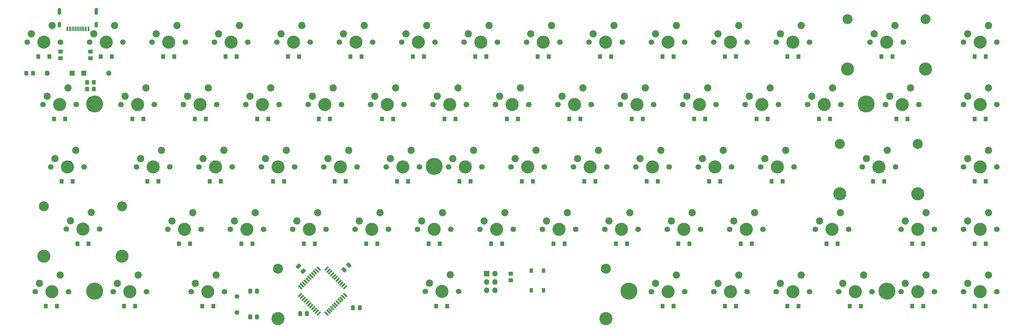
<source format=gbr>
%TF.GenerationSoftware,KiCad,Pcbnew,(6.0.2)*%
%TF.CreationDate,2022-06-02T21:34:10-05:00*%
%TF.ProjectId,65Percent,36355065-7263-4656-9e74-2e6b69636164,rev?*%
%TF.SameCoordinates,Original*%
%TF.FileFunction,Soldermask,Bot*%
%TF.FilePolarity,Negative*%
%FSLAX46Y46*%
G04 Gerber Fmt 4.6, Leading zero omitted, Abs format (unit mm)*
G04 Created by KiCad (PCBNEW (6.0.2)) date 2022-06-02 21:34:10*
%MOMM*%
%LPD*%
G01*
G04 APERTURE LIST*
G04 Aperture macros list*
%AMRoundRect*
0 Rectangle with rounded corners*
0 $1 Rounding radius*
0 $2 $3 $4 $5 $6 $7 $8 $9 X,Y pos of 4 corners*
0 Add a 4 corners polygon primitive as box body*
4,1,4,$2,$3,$4,$5,$6,$7,$8,$9,$2,$3,0*
0 Add four circle primitives for the rounded corners*
1,1,$1+$1,$2,$3*
1,1,$1+$1,$4,$5*
1,1,$1+$1,$6,$7*
1,1,$1+$1,$8,$9*
0 Add four rect primitives between the rounded corners*
20,1,$1+$1,$2,$3,$4,$5,0*
20,1,$1+$1,$4,$5,$6,$7,0*
20,1,$1+$1,$6,$7,$8,$9,0*
20,1,$1+$1,$8,$9,$2,$3,0*%
%AMRotRect*
0 Rectangle, with rotation*
0 The origin of the aperture is its center*
0 $1 length*
0 $2 width*
0 $3 Rotation angle, in degrees counterclockwise*
0 Add horizontal line*
21,1,$1,$2,0,0,$3*%
G04 Aperture macros list end*
%ADD10C,4.000000*%
%ADD11C,1.700000*%
%ADD12C,2.200000*%
%ADD13C,5.200000*%
%ADD14C,3.050000*%
%ADD15R,1.600000X1.600000*%
%ADD16O,1.600000X1.600000*%
%ADD17R,1.700000X1.700000*%
%ADD18O,1.700000X1.700000*%
%ADD19R,1.200000X1.400000*%
%ADD20RoundRect,0.250000X0.350000X0.450000X-0.350000X0.450000X-0.350000X-0.450000X0.350000X-0.450000X0*%
%ADD21RoundRect,0.250000X-0.350000X-0.450000X0.350000X-0.450000X0.350000X0.450000X-0.350000X0.450000X0*%
%ADD22RoundRect,0.250000X-0.337500X-0.475000X0.337500X-0.475000X0.337500X0.475000X-0.337500X0.475000X0*%
%ADD23RoundRect,0.250000X0.097227X-0.574524X0.574524X-0.097227X-0.097227X0.574524X-0.574524X0.097227X0*%
%ADD24RoundRect,0.250000X-0.450000X0.350000X-0.450000X-0.350000X0.450000X-0.350000X0.450000X0.350000X0*%
%ADD25RoundRect,0.250000X0.337500X0.475000X-0.337500X0.475000X-0.337500X-0.475000X0.337500X-0.475000X0*%
%ADD26RoundRect,0.250000X0.450000X-0.350000X0.450000X0.350000X-0.450000X0.350000X-0.450000X-0.350000X0*%
%ADD27R,0.600000X1.450000*%
%ADD28R,0.300000X1.450000*%
%ADD29O,1.000000X2.200000*%
%ADD30O,1.000000X1.800000*%
%ADD31C,1.400000*%
%ADD32RotRect,1.500000X0.550000X45.000000*%
%ADD33RotRect,1.500000X0.550000X315.000000*%
%ADD34RoundRect,0.275000X0.275000X-0.425000X0.275000X0.425000X-0.275000X0.425000X-0.275000X-0.425000X0*%
%ADD35RoundRect,0.250000X0.574524X0.097227X0.097227X0.574524X-0.574524X-0.097227X-0.097227X-0.574524X0*%
G04 APERTURE END LIST*
D10*
%TO.C,K22*%
X171881800Y-132715000D03*
D11*
X176961800Y-132715000D03*
X166801800Y-132715000D03*
D12*
X174421800Y-127635000D03*
X168071800Y-130175000D03*
%TD*%
D11*
%TO.C,K8*%
X129336800Y-113665000D03*
D10*
X124256800Y-113665000D03*
D11*
X119176800Y-113665000D03*
D12*
X126796800Y-108585000D03*
X120446800Y-111125000D03*
%TD*%
D10*
%TO.C,K37*%
X243332000Y-170815000D03*
D11*
X248412000Y-170815000D03*
X238252000Y-170815000D03*
D12*
X245872000Y-165735000D03*
X239522000Y-168275000D03*
%TD*%
D11*
%TO.C,K20*%
X172212000Y-170815000D03*
X162052000Y-170815000D03*
D10*
X167132000Y-170815000D03*
D12*
X169672000Y-165735000D03*
X163322000Y-168275000D03*
%TD*%
D10*
%TO.C,K53*%
X305231800Y-132715000D03*
D11*
X310311800Y-132715000D03*
X300151800Y-132715000D03*
D12*
X307771800Y-127635000D03*
X301421800Y-130175000D03*
%TD*%
D11*
%TO.C,K45*%
X276352000Y-170815000D03*
D10*
X281432000Y-170815000D03*
D11*
X286512000Y-170815000D03*
D12*
X283972000Y-165735000D03*
X277622000Y-168275000D03*
%TD*%
D11*
%TO.C,K27*%
X190601600Y-151765000D03*
X200761600Y-151765000D03*
D10*
X195681600Y-151765000D03*
D12*
X198221600Y-146685000D03*
X191871600Y-149225000D03*
%TD*%
D10*
%TO.C,K39*%
X248081800Y-132715000D03*
D11*
X253161800Y-132715000D03*
X243001800Y-132715000D03*
D12*
X250621800Y-127635000D03*
X244271800Y-130175000D03*
%TD*%
D10*
%TO.C,K25*%
X200456800Y-113665000D03*
D11*
X205536800Y-113665000D03*
X195376800Y-113665000D03*
D12*
X202996800Y-108585000D03*
X196646800Y-111125000D03*
%TD*%
D11*
%TO.C,K42*%
X281736800Y-113665000D03*
X271576800Y-113665000D03*
D10*
X276656800Y-113665000D03*
D12*
X279196800Y-108585000D03*
X272846800Y-111125000D03*
%TD*%
D13*
%TO.C,REF\u002A\u002A*%
X343408000Y-189738000D03*
%TD*%
D11*
%TO.C,K43*%
X262051800Y-132715000D03*
D10*
X267131800Y-132715000D03*
D11*
X272211800Y-132715000D03*
D12*
X269671800Y-127635000D03*
X263321800Y-130175000D03*
%TD*%
D11*
%TO.C,K38*%
X252526800Y-113665000D03*
D10*
X257606800Y-113665000D03*
D11*
X262686800Y-113665000D03*
D12*
X260146800Y-108585000D03*
X253796800Y-111125000D03*
%TD*%
D11*
%TO.C,K11*%
X123952000Y-170815000D03*
D10*
X129032000Y-170815000D03*
D11*
X134112000Y-170815000D03*
D12*
X131572000Y-165735000D03*
X125222000Y-168275000D03*
%TD*%
D10*
%TO.C,K60*%
X355231800Y-121905000D03*
D11*
X338251800Y-113665000D03*
D14*
X355231800Y-106665000D03*
D10*
X331431800Y-121905000D03*
X343331800Y-113665000D03*
D14*
X331431800Y-106665000D03*
D11*
X348411800Y-113665000D03*
D12*
X345871800Y-108585000D03*
X339521800Y-111125000D03*
%TD*%
D10*
%TO.C,K34*%
X238556800Y-113665000D03*
D11*
X233476800Y-113665000D03*
X243636800Y-113665000D03*
D12*
X241096800Y-108585000D03*
X234746800Y-111125000D03*
%TD*%
D11*
%TO.C,K59*%
X328726800Y-189865000D03*
X338886800Y-189865000D03*
D10*
X333806800Y-189865000D03*
D12*
X336346800Y-184785000D03*
X329996800Y-187325000D03*
%TD*%
D11*
%TO.C,K7*%
X107314300Y-189865000D03*
D10*
X112394300Y-189865000D03*
D11*
X117474300Y-189865000D03*
D12*
X114934300Y-184785000D03*
X108584300Y-187325000D03*
%TD*%
D11*
%TO.C,K47*%
X300786800Y-113665000D03*
X290626800Y-113665000D03*
D10*
X295706800Y-113665000D03*
D12*
X298246800Y-108585000D03*
X291896800Y-111125000D03*
%TD*%
D10*
%TO.C,K54*%
X309981600Y-151765000D03*
D11*
X304901600Y-151765000D03*
X315061600Y-151765000D03*
D12*
X312521600Y-146685000D03*
X306171600Y-149225000D03*
%TD*%
D14*
%TO.C,K4*%
X109959300Y-163804600D03*
D10*
X98059300Y-170804600D03*
X86159300Y-179044600D03*
D11*
X92979300Y-170804600D03*
D14*
X86159300Y-163804600D03*
D11*
X103139300Y-170804600D03*
D10*
X109959300Y-179044600D03*
D12*
X100599300Y-165724600D03*
X94249300Y-168264600D03*
%TD*%
D10*
%TO.C,K57*%
X329031600Y-160005000D03*
D14*
X352831600Y-144765000D03*
D10*
X352831600Y-160005000D03*
X340931600Y-151765000D03*
D14*
X329031600Y-144765000D03*
D11*
X346011600Y-151765000D03*
X335851600Y-151765000D03*
D12*
X343471600Y-146685000D03*
X337121600Y-149225000D03*
%TD*%
D11*
%TO.C,K46*%
X281736800Y-189865000D03*
X271576800Y-189865000D03*
D10*
X276656800Y-189865000D03*
D12*
X279196800Y-184785000D03*
X272846800Y-187325000D03*
%TD*%
D11*
%TO.C,K65*%
X366826800Y-132715000D03*
D10*
X371906800Y-132715000D03*
D11*
X376986800Y-132715000D03*
D12*
X374446800Y-127635000D03*
X368096800Y-130175000D03*
%TD*%
D11*
%TO.C,K30*%
X214426800Y-113665000D03*
X224586800Y-113665000D03*
D10*
X219506800Y-113665000D03*
D12*
X222046800Y-108585000D03*
X215696800Y-111125000D03*
%TD*%
D11*
%TO.C,K44*%
X266801600Y-151765000D03*
D10*
X271881600Y-151765000D03*
D11*
X276961600Y-151765000D03*
D12*
X274421600Y-146685000D03*
X268071600Y-149225000D03*
%TD*%
D11*
%TO.C,K19*%
X162661600Y-151765000D03*
D10*
X157581600Y-151765000D03*
D11*
X152501600Y-151765000D03*
D12*
X160121600Y-146685000D03*
X153771600Y-149225000D03*
%TD*%
D11*
%TO.C,K61*%
X343001600Y-132715000D03*
X353161600Y-132715000D03*
D10*
X348081600Y-132715000D03*
D12*
X350621600Y-127635000D03*
X344271600Y-130175000D03*
%TD*%
D10*
%TO.C,K64*%
X371906800Y-113665000D03*
D11*
X376986800Y-113665000D03*
X366826800Y-113665000D03*
D12*
X374446800Y-108585000D03*
X368096800Y-111125000D03*
%TD*%
D13*
%TO.C,REF\u002A\u002A*%
X337058000Y-132588000D03*
%TD*%
D10*
%TO.C,K67*%
X371906800Y-170815000D03*
D11*
X376986800Y-170815000D03*
X366826800Y-170815000D03*
D12*
X374446800Y-165735000D03*
X368096800Y-168275000D03*
%TD*%
D11*
%TO.C,K50*%
X305562000Y-170815000D03*
D10*
X300482000Y-170815000D03*
D11*
X295402000Y-170815000D03*
D12*
X303022000Y-165735000D03*
X296672000Y-168275000D03*
%TD*%
D11*
%TO.C,K16*%
X131118050Y-189865000D03*
X141278050Y-189865000D03*
D10*
X136198050Y-189865000D03*
D12*
X138738050Y-184785000D03*
X132388050Y-187325000D03*
%TD*%
D13*
%TO.C,REF\u002A\u002A*%
X264668000Y-189738000D03*
%TD*%
D15*
%TO.C,D1*%
X94742000Y-123190000D03*
D16*
X87122000Y-123190000D03*
%TD*%
D10*
%TO.C,K3*%
X93278050Y-151765000D03*
D11*
X98358050Y-151765000D03*
X88198050Y-151765000D03*
D12*
X95818050Y-146685000D03*
X89468050Y-149225000D03*
%TD*%
D11*
%TO.C,K41*%
X267462000Y-170815000D03*
X257302000Y-170815000D03*
D10*
X262382000Y-170815000D03*
D12*
X264922000Y-165735000D03*
X258572000Y-168275000D03*
%TD*%
D11*
%TO.C,K55*%
X319836800Y-189865000D03*
X309676800Y-189865000D03*
D10*
X314756800Y-189865000D03*
D12*
X317296800Y-184785000D03*
X310946800Y-187325000D03*
%TD*%
D11*
%TO.C,K13*%
X138861800Y-132715000D03*
D10*
X133781800Y-132715000D03*
D11*
X128701800Y-132715000D03*
D12*
X136321800Y-127635000D03*
X129971800Y-130175000D03*
%TD*%
D11*
%TO.C,K15*%
X153162000Y-170815000D03*
X143002000Y-170815000D03*
D10*
X148082000Y-170815000D03*
D12*
X150622000Y-165735000D03*
X144272000Y-168275000D03*
%TD*%
D10*
%TO.C,K40*%
X252831600Y-151765000D03*
D11*
X257911600Y-151765000D03*
X247751600Y-151765000D03*
D12*
X255371600Y-146685000D03*
X249021600Y-149225000D03*
%TD*%
D10*
%TO.C,K18*%
X152831800Y-132715000D03*
D11*
X147751800Y-132715000D03*
X157911800Y-132715000D03*
D12*
X155371800Y-127635000D03*
X149021800Y-130175000D03*
%TD*%
D11*
%TO.C,K2*%
X85852000Y-132715000D03*
X96012000Y-132715000D03*
D10*
X90932000Y-132715000D03*
D12*
X93472000Y-127635000D03*
X87122000Y-130175000D03*
%TD*%
D11*
%TO.C,K35*%
X234111800Y-132715000D03*
X223951800Y-132715000D03*
D10*
X229031800Y-132715000D03*
D12*
X231571800Y-127635000D03*
X225221800Y-130175000D03*
%TD*%
D11*
%TO.C,K17*%
X157276800Y-113665000D03*
D10*
X162356800Y-113665000D03*
D11*
X167436800Y-113665000D03*
D12*
X164896800Y-108585000D03*
X158546800Y-111125000D03*
%TD*%
D11*
%TO.C,K52*%
X309676800Y-113665000D03*
X319836800Y-113665000D03*
D10*
X314756800Y-113665000D03*
D12*
X317296800Y-108585000D03*
X310946800Y-111125000D03*
%TD*%
D10*
%TO.C,K1*%
X86156800Y-113665000D03*
D11*
X91236800Y-113665000D03*
X81076800Y-113665000D03*
D12*
X88696800Y-108585000D03*
X82346800Y-111125000D03*
%TD*%
D11*
%TO.C,K23*%
X171551600Y-151765000D03*
D10*
X176631600Y-151765000D03*
D11*
X181711600Y-151765000D03*
D12*
X179171600Y-146685000D03*
X172821600Y-149225000D03*
%TD*%
D11*
%TO.C,K12*%
X138226800Y-113665000D03*
X148386800Y-113665000D03*
D10*
X143306800Y-113665000D03*
D12*
X145846800Y-108585000D03*
X139496800Y-111125000D03*
%TD*%
D17*
%TO.C,J1*%
X221234000Y-184404000D03*
D18*
X223774000Y-184404000D03*
X221234000Y-186944000D03*
X223774000Y-186944000D03*
X221234000Y-189484000D03*
X223774000Y-189484000D03*
%TD*%
D10*
%TO.C,K29*%
X257621800Y-198094600D03*
D11*
X202541800Y-189854600D03*
D14*
X157621800Y-182854600D03*
D11*
X212701800Y-189854600D03*
D10*
X157621800Y-198094600D03*
D14*
X257621800Y-182854600D03*
D10*
X207621800Y-189854600D03*
D12*
X210161800Y-184774600D03*
X203811800Y-187314600D03*
%TD*%
D13*
%TO.C,REF\u002A\u002A*%
X101600000Y-189738000D03*
%TD*%
D11*
%TO.C,K66*%
X366826800Y-151765000D03*
D10*
X371906800Y-151765000D03*
D11*
X376986800Y-151765000D03*
D12*
X374446800Y-146685000D03*
X368096800Y-149225000D03*
%TD*%
D10*
%TO.C,K56*%
X324281800Y-132715000D03*
D11*
X319201800Y-132715000D03*
X329361800Y-132715000D03*
D12*
X326821800Y-127635000D03*
X320471800Y-130175000D03*
%TD*%
D10*
%TO.C,K24*%
X186182000Y-170815000D03*
D11*
X181102000Y-170815000D03*
X191262000Y-170815000D03*
D12*
X188722000Y-165735000D03*
X182372000Y-168275000D03*
%TD*%
D11*
%TO.C,K48*%
X291261800Y-132715000D03*
D10*
X286181800Y-132715000D03*
D11*
X281101800Y-132715000D03*
D12*
X288721800Y-127635000D03*
X282371800Y-130175000D03*
%TD*%
D10*
%TO.C,K49*%
X290931600Y-151765000D03*
D11*
X285851600Y-151765000D03*
X296011600Y-151765000D03*
D12*
X293471600Y-146685000D03*
X287121600Y-149225000D03*
%TD*%
D13*
%TO.C,REF\u002A\u002A*%
X205232000Y-151638000D03*
%TD*%
%TO.C,REF\u002A\u002A*%
X101600000Y-132588000D03*
%TD*%
D10*
%TO.C,K10*%
X119481600Y-151765000D03*
D11*
X114401600Y-151765000D03*
X124561600Y-151765000D03*
D12*
X122021600Y-146685000D03*
X115671600Y-149225000D03*
%TD*%
D11*
%TO.C,K58*%
X331749400Y-170815000D03*
D10*
X326669400Y-170815000D03*
D11*
X321589400Y-170815000D03*
D12*
X329209400Y-165735000D03*
X322859400Y-168275000D03*
%TD*%
D11*
%TO.C,K33*%
X229362000Y-170815000D03*
X219202000Y-170815000D03*
D10*
X224282000Y-170815000D03*
D12*
X226822000Y-165735000D03*
X220472000Y-168275000D03*
%TD*%
D11*
%TO.C,K21*%
X176326800Y-113665000D03*
D10*
X181406800Y-113665000D03*
D11*
X186486800Y-113665000D03*
D12*
X183946800Y-108585000D03*
X177596800Y-111125000D03*
%TD*%
D11*
%TO.C,K62*%
X347776800Y-170815000D03*
X357936800Y-170815000D03*
D10*
X352856800Y-170815000D03*
D12*
X355396800Y-165735000D03*
X349046800Y-168275000D03*
%TD*%
D15*
%TO.C,D2*%
X98298000Y-123190000D03*
D16*
X105918000Y-123190000D03*
%TD*%
D10*
%TO.C,K63*%
X352856800Y-189865000D03*
D11*
X347776800Y-189865000D03*
X357936800Y-189865000D03*
D12*
X355396800Y-184785000D03*
X349046800Y-187325000D03*
%TD*%
D10*
%TO.C,K36*%
X233781600Y-151765000D03*
D11*
X228701600Y-151765000D03*
X238861600Y-151765000D03*
D12*
X236321600Y-146685000D03*
X229971600Y-149225000D03*
%TD*%
D11*
%TO.C,K28*%
X210312000Y-170815000D03*
D10*
X205232000Y-170815000D03*
D11*
X200152000Y-170815000D03*
D12*
X207772000Y-165735000D03*
X201422000Y-168275000D03*
%TD*%
D10*
%TO.C,K32*%
X214731600Y-151765000D03*
D11*
X209651600Y-151765000D03*
X219811600Y-151765000D03*
D12*
X217271600Y-146685000D03*
X210921600Y-149225000D03*
%TD*%
D11*
%TO.C,K5*%
X83510550Y-189865000D03*
X93670550Y-189865000D03*
D10*
X88590550Y-189865000D03*
D12*
X91130550Y-184785000D03*
X84780550Y-187325000D03*
%TD*%
D11*
%TO.C,K31*%
X215061800Y-132715000D03*
X204901800Y-132715000D03*
D10*
X209981800Y-132715000D03*
D12*
X212521800Y-127635000D03*
X206171800Y-130175000D03*
%TD*%
D11*
%TO.C,K6*%
X110286800Y-113665000D03*
X100126800Y-113665000D03*
D10*
X105206800Y-113665000D03*
D12*
X107746800Y-108585000D03*
X101396800Y-111125000D03*
%TD*%
D11*
%TO.C,K14*%
X133451600Y-151765000D03*
D10*
X138531600Y-151765000D03*
D11*
X143611600Y-151765000D03*
D12*
X141071600Y-146685000D03*
X134721600Y-149225000D03*
%TD*%
D11*
%TO.C,K26*%
X196011800Y-132715000D03*
D10*
X190931800Y-132715000D03*
D11*
X185851800Y-132715000D03*
D12*
X193471800Y-127635000D03*
X187121800Y-130175000D03*
%TD*%
D10*
%TO.C,K68*%
X371906800Y-189865000D03*
D11*
X366826800Y-189865000D03*
X376986800Y-189865000D03*
D12*
X374446800Y-184785000D03*
X368096800Y-187325000D03*
%TD*%
D11*
%TO.C,K9*%
X109651800Y-132715000D03*
X119811800Y-132715000D03*
D10*
X114731800Y-132715000D03*
D12*
X117271800Y-127635000D03*
X110921800Y-130175000D03*
%TD*%
D10*
%TO.C,K51*%
X295706800Y-189865000D03*
D11*
X300786800Y-189865000D03*
X290626800Y-189865000D03*
D12*
X298246800Y-184785000D03*
X291896800Y-187325000D03*
%TD*%
D19*
%TO.C,D53*%
X297356000Y-194310000D03*
X293956000Y-194310000D03*
%TD*%
%TO.C,D42*%
X254430000Y-156210000D03*
X251030000Y-156210000D03*
%TD*%
%TO.C,D67*%
X373556000Y-137160000D03*
X370156000Y-137160000D03*
%TD*%
%TO.C,D10*%
X125906000Y-118110000D03*
X122506000Y-118110000D03*
%TD*%
D20*
%TO.C,R4*%
X101330000Y-128016000D03*
X99330000Y-128016000D03*
%TD*%
D19*
%TO.C,D3*%
X87806000Y-118110000D03*
X84406000Y-118110000D03*
%TD*%
%TO.C,D25*%
X178230000Y-156210000D03*
X174830000Y-156210000D03*
%TD*%
%TO.C,D55*%
X307008000Y-137160000D03*
X303608000Y-137160000D03*
%TD*%
%TO.C,D58*%
X326058000Y-137160000D03*
X322658000Y-137160000D03*
%TD*%
%TO.C,D7*%
X90092000Y-194310000D03*
X86692000Y-194310000D03*
%TD*%
D21*
%TO.C,R2*%
X80788000Y-123190000D03*
X82788000Y-123190000D03*
%TD*%
D22*
%TO.C,C1*%
X149076500Y-189738000D03*
X151151500Y-189738000D03*
%TD*%
D19*
%TO.C,D48*%
X278306000Y-194310000D03*
X274906000Y-194310000D03*
%TD*%
D23*
%TO.C,C3*%
X177726777Y-183207223D03*
X179194023Y-181739977D03*
%TD*%
D19*
%TO.C,D19*%
X164006000Y-118110000D03*
X160606000Y-118110000D03*
%TD*%
%TO.C,D8*%
X106856000Y-118110000D03*
X103456000Y-118110000D03*
%TD*%
%TO.C,D70*%
X373556000Y-194310000D03*
X370156000Y-194310000D03*
%TD*%
%TO.C,D4*%
X92632000Y-137160000D03*
X89232000Y-137160000D03*
%TD*%
%TO.C,D56*%
X311580000Y-156210000D03*
X308180000Y-156210000D03*
%TD*%
%TO.C,D59*%
X342568000Y-156210000D03*
X339168000Y-156210000D03*
%TD*%
D24*
%TO.C,R5*%
X91186000Y-116602000D03*
X91186000Y-118602000D03*
%TD*%
D19*
%TO.C,D41*%
X249858000Y-137160000D03*
X246458000Y-137160000D03*
%TD*%
D22*
%TO.C,C2*%
X149076500Y-197612000D03*
X151151500Y-197612000D03*
%TD*%
D19*
%TO.C,D37*%
X230808000Y-137160000D03*
X227408000Y-137160000D03*
%TD*%
%TO.C,D27*%
X202106000Y-118110000D03*
X198706000Y-118110000D03*
%TD*%
%TO.C,D33*%
X211758000Y-137160000D03*
X208358000Y-137160000D03*
%TD*%
%TO.C,D65*%
X354506000Y-194310000D03*
X351106000Y-194310000D03*
%TD*%
D25*
%TO.C,C6*%
X166391500Y-196596000D03*
X164316500Y-196596000D03*
%TD*%
D19*
%TO.C,D34*%
X216330000Y-156210000D03*
X212930000Y-156210000D03*
%TD*%
%TO.C,D24*%
X173404000Y-137160000D03*
X170004000Y-137160000D03*
%TD*%
%TO.C,D64*%
X354506000Y-175260000D03*
X351106000Y-175260000D03*
%TD*%
%TO.C,D18*%
X137844000Y-194310000D03*
X134444000Y-194310000D03*
%TD*%
%TO.C,D61*%
X335456000Y-194310000D03*
X332056000Y-194310000D03*
%TD*%
%TO.C,D63*%
X349680000Y-137160000D03*
X346280000Y-137160000D03*
%TD*%
%TO.C,D68*%
X373556000Y-156210000D03*
X370156000Y-156210000D03*
%TD*%
%TO.C,D38*%
X235380000Y-156210000D03*
X231980000Y-156210000D03*
%TD*%
%TO.C,D44*%
X278306000Y-118110000D03*
X274906000Y-118110000D03*
%TD*%
%TO.C,D12*%
X121080000Y-156210000D03*
X117680000Y-156210000D03*
%TD*%
%TO.C,D54*%
X316406000Y-118110000D03*
X313006000Y-118110000D03*
%TD*%
%TO.C,D6*%
X99744000Y-175260000D03*
X96344000Y-175260000D03*
%TD*%
D26*
%TO.C,R6*%
X100330000Y-118602000D03*
X100330000Y-116602000D03*
%TD*%
D19*
%TO.C,D29*%
X197280000Y-156210000D03*
X193880000Y-156210000D03*
%TD*%
%TO.C,D36*%
X240206000Y-118110000D03*
X236806000Y-118110000D03*
%TD*%
%TO.C,D39*%
X245032000Y-175260000D03*
X241632000Y-175260000D03*
%TD*%
%TO.C,D14*%
X144956000Y-118110000D03*
X141556000Y-118110000D03*
%TD*%
%TO.C,D50*%
X287958000Y-137160000D03*
X284558000Y-137160000D03*
%TD*%
%TO.C,D5*%
X94918000Y-156210000D03*
X91518000Y-156210000D03*
%TD*%
%TO.C,D40*%
X259256000Y-118110000D03*
X255856000Y-118110000D03*
%TD*%
%TO.C,D9*%
X113968000Y-194310000D03*
X110568000Y-194310000D03*
%TD*%
D27*
%TO.C,J2*%
X93320000Y-109657000D03*
X94120000Y-109657000D03*
D28*
X95270000Y-109657000D03*
X96270000Y-109657000D03*
X96770000Y-109657000D03*
X97770000Y-109657000D03*
D27*
X98920000Y-109657000D03*
X99720000Y-109657000D03*
X99720000Y-109657000D03*
X98920000Y-109657000D03*
D28*
X98270000Y-109657000D03*
X97270000Y-109657000D03*
X95770000Y-109657000D03*
X94770000Y-109657000D03*
D27*
X94120000Y-109657000D03*
X93320000Y-109657000D03*
D29*
X90900000Y-104332000D03*
X102140000Y-104332000D03*
D30*
X102140000Y-108332000D03*
X90900000Y-108332000D03*
%TD*%
D19*
%TO.C,D35*%
X225982000Y-175260000D03*
X222582000Y-175260000D03*
%TD*%
D31*
%TO.C,Y1*%
X145034000Y-196242000D03*
X145034000Y-191362000D03*
%TD*%
D19*
%TO.C,D57*%
X316406000Y-194310000D03*
X313006000Y-194310000D03*
%TD*%
%TO.C,D16*%
X140130000Y-156210000D03*
X136730000Y-156210000D03*
%TD*%
D32*
%TO.C,U1*%
X169993918Y-196596936D03*
X169428233Y-196031250D03*
X168862548Y-195465565D03*
X168296862Y-194899880D03*
X167731177Y-194334194D03*
X167165491Y-193768509D03*
X166599806Y-193202823D03*
X166034120Y-192637138D03*
X165468435Y-192071452D03*
X164902750Y-191505767D03*
X164337064Y-190940082D03*
D33*
X164337064Y-188535918D03*
X164902750Y-187970233D03*
X165468435Y-187404548D03*
X166034120Y-186838862D03*
X166599806Y-186273177D03*
X167165491Y-185707491D03*
X167731177Y-185141806D03*
X168296862Y-184576120D03*
X168862548Y-184010435D03*
X169428233Y-183444750D03*
X169993918Y-182879064D03*
D32*
X172398082Y-182879064D03*
X172963767Y-183444750D03*
X173529452Y-184010435D03*
X174095138Y-184576120D03*
X174660823Y-185141806D03*
X175226509Y-185707491D03*
X175792194Y-186273177D03*
X176357880Y-186838862D03*
X176923565Y-187404548D03*
X177489250Y-187970233D03*
X178054936Y-188535918D03*
D33*
X178054936Y-190940082D03*
X177489250Y-191505767D03*
X176923565Y-192071452D03*
X176357880Y-192637138D03*
X175792194Y-193202823D03*
X175226509Y-193768509D03*
X174660823Y-194334194D03*
X174095138Y-194899880D03*
X173529452Y-195465565D03*
X172963767Y-196031250D03*
X172398082Y-196596936D03*
%TD*%
D19*
%TO.C,D21*%
X159434000Y-156210000D03*
X156034000Y-156210000D03*
%TD*%
%TO.C,D51*%
X292530000Y-156210000D03*
X289130000Y-156210000D03*
%TD*%
D24*
%TO.C,R1*%
X228600000Y-184420000D03*
X228600000Y-186420000D03*
%TD*%
D19*
%TO.C,D49*%
X297356000Y-118110000D03*
X293956000Y-118110000D03*
%TD*%
%TO.C,D69*%
X373556000Y-175260000D03*
X370156000Y-175260000D03*
%TD*%
%TO.C,D13*%
X130732000Y-175260000D03*
X127332000Y-175260000D03*
%TD*%
D34*
%TO.C,SW1*%
X238578000Y-183436000D03*
X238578000Y-189436000D03*
X234878000Y-189436000D03*
X234878000Y-183436000D03*
%TD*%
D19*
%TO.C,D30*%
X206932000Y-175260000D03*
X203532000Y-175260000D03*
%TD*%
%TO.C,D11*%
X116508000Y-137160000D03*
X113108000Y-137160000D03*
%TD*%
%TO.C,D43*%
X264082000Y-175260000D03*
X260682000Y-175260000D03*
%TD*%
%TO.C,D47*%
X283132000Y-175260000D03*
X279732000Y-175260000D03*
%TD*%
%TO.C,D62*%
X345108000Y-118110000D03*
X341708000Y-118110000D03*
%TD*%
%TO.C,D60*%
X328344000Y-175260000D03*
X324944000Y-175260000D03*
%TD*%
%TO.C,D46*%
X273480000Y-156210000D03*
X270080000Y-156210000D03*
%TD*%
D35*
%TO.C,C4*%
X165325623Y-183613623D03*
X163858377Y-182146377D03*
%TD*%
D19*
%TO.C,D22*%
X168832000Y-175260000D03*
X165432000Y-175260000D03*
%TD*%
D22*
%TO.C,C7*%
X180470900Y-194818000D03*
X182545900Y-194818000D03*
%TD*%
D19*
%TO.C,D26*%
X187882000Y-175260000D03*
X184482000Y-175260000D03*
%TD*%
%TO.C,D28*%
X192708000Y-137160000D03*
X189308000Y-137160000D03*
%TD*%
%TO.C,D23*%
X183056000Y-118110000D03*
X179656000Y-118110000D03*
%TD*%
%TO.C,D31*%
X209218000Y-194310000D03*
X205818000Y-194310000D03*
%TD*%
%TO.C,D20*%
X154608000Y-137160000D03*
X151208000Y-137160000D03*
%TD*%
%TO.C,D15*%
X135558000Y-137160000D03*
X132158000Y-137160000D03*
%TD*%
%TO.C,D66*%
X373556000Y-118110000D03*
X370156000Y-118110000D03*
%TD*%
%TO.C,D52*%
X302182000Y-175260000D03*
X298782000Y-175260000D03*
%TD*%
%TO.C,D45*%
X268908000Y-137160000D03*
X265508000Y-137160000D03*
%TD*%
D21*
%TO.C,R3*%
X99330000Y-125984000D03*
X101330000Y-125984000D03*
%TD*%
D19*
%TO.C,D17*%
X149782000Y-175260000D03*
X146382000Y-175260000D03*
%TD*%
%TO.C,D32*%
X221156000Y-118110000D03*
X217756000Y-118110000D03*
%TD*%
M02*

</source>
